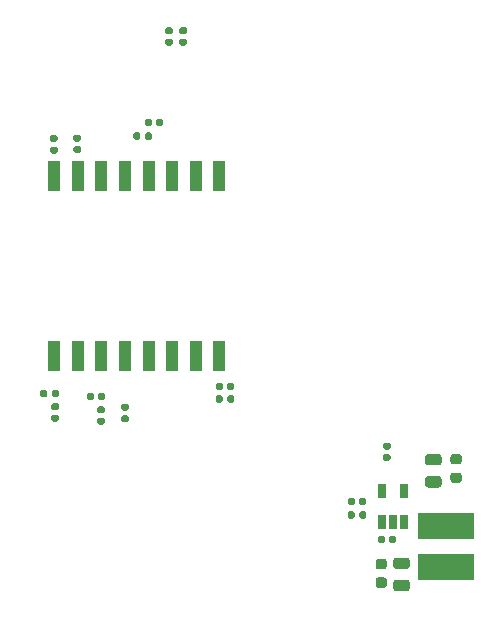
<source format=gtp>
G04 #@! TF.GenerationSoftware,KiCad,Pcbnew,(5.1.10)-1*
G04 #@! TF.CreationDate,2022-03-11T13:30:57+05:30*
G04 #@! TF.ProjectId,P-1000072_Cicada Wi-Fi,502d3130-3030-4303-9732-5f4369636164,0.1*
G04 #@! TF.SameCoordinates,PX7cee6c0PY3dfd240*
G04 #@! TF.FileFunction,Paste,Top*
G04 #@! TF.FilePolarity,Positive*
%FSLAX46Y46*%
G04 Gerber Fmt 4.6, Leading zero omitted, Abs format (unit mm)*
G04 Created by KiCad (PCBNEW (5.1.10)-1) date 2022-03-11 13:30:57*
%MOMM*%
%LPD*%
G01*
G04 APERTURE LIST*
%ADD10R,0.650000X1.220000*%
%ADD11R,1.100000X2.600000*%
%ADD12R,4.800000X2.200000*%
G04 APERTURE END LIST*
D10*
X11530000Y-43730000D03*
X13430000Y-43730000D03*
X13430000Y-46350000D03*
X12480000Y-46350000D03*
X11530000Y-46350000D03*
D11*
X-14220000Y-17110000D03*
X-12220000Y-17110000D03*
X-6220000Y-17110000D03*
X-4220000Y-32310000D03*
X-4220000Y-17110000D03*
X-2220000Y-32310000D03*
X-12220000Y-32310000D03*
X-16220000Y-17110000D03*
X-8220000Y-32310000D03*
X-10220000Y-17110000D03*
X-8220000Y-17110000D03*
X-6220000Y-32310000D03*
X-10220000Y-32310000D03*
X-2220000Y-17110000D03*
X-14220000Y-32310000D03*
X-16220000Y-32310000D03*
D12*
X16940000Y-50150000D03*
X16940000Y-46750000D03*
G36*
G01*
X-16413260Y-14581500D02*
X-16068260Y-14581500D01*
G75*
G02*
X-15920760Y-14729000I0J-147500D01*
G01*
X-15920760Y-15024000D01*
G75*
G02*
X-16068260Y-15171500I-147500J0D01*
G01*
X-16413260Y-15171500D01*
G75*
G02*
X-16560760Y-15024000I0J147500D01*
G01*
X-16560760Y-14729000D01*
G75*
G02*
X-16413260Y-14581500I147500J0D01*
G01*
G37*
G36*
G01*
X-16413260Y-13611500D02*
X-16068260Y-13611500D01*
G75*
G02*
X-15920760Y-13759000I0J-147500D01*
G01*
X-15920760Y-14054000D01*
G75*
G02*
X-16068260Y-14201500I-147500J0D01*
G01*
X-16413260Y-14201500D01*
G75*
G02*
X-16560760Y-14054000I0J147500D01*
G01*
X-16560760Y-13759000D01*
G75*
G02*
X-16413260Y-13611500I147500J0D01*
G01*
G37*
G36*
G01*
X-14424440Y-14546220D02*
X-14079440Y-14546220D01*
G75*
G02*
X-13931940Y-14693720I0J-147500D01*
G01*
X-13931940Y-14988720D01*
G75*
G02*
X-14079440Y-15136220I-147500J0D01*
G01*
X-14424440Y-15136220D01*
G75*
G02*
X-14571940Y-14988720I0J147500D01*
G01*
X-14571940Y-14693720D01*
G75*
G02*
X-14424440Y-14546220I147500J0D01*
G01*
G37*
G36*
G01*
X-14424440Y-13576220D02*
X-14079440Y-13576220D01*
G75*
G02*
X-13931940Y-13723720I0J-147500D01*
G01*
X-13931940Y-14018720D01*
G75*
G02*
X-14079440Y-14166220I-147500J0D01*
G01*
X-14424440Y-14166220D01*
G75*
G02*
X-14571940Y-14018720I0J147500D01*
G01*
X-14571940Y-13723720D01*
G75*
G02*
X-14424440Y-13576220I147500J0D01*
G01*
G37*
G36*
G01*
X-10390920Y-37322120D02*
X-10045920Y-37322120D01*
G75*
G02*
X-9898420Y-37469620I0J-147500D01*
G01*
X-9898420Y-37764620D01*
G75*
G02*
X-10045920Y-37912120I-147500J0D01*
G01*
X-10390920Y-37912120D01*
G75*
G02*
X-10538420Y-37764620I0J147500D01*
G01*
X-10538420Y-37469620D01*
G75*
G02*
X-10390920Y-37322120I147500J0D01*
G01*
G37*
G36*
G01*
X-10390920Y-36352120D02*
X-10045920Y-36352120D01*
G75*
G02*
X-9898420Y-36499620I0J-147500D01*
G01*
X-9898420Y-36794620D01*
G75*
G02*
X-10045920Y-36942120I-147500J0D01*
G01*
X-10390920Y-36942120D01*
G75*
G02*
X-10538420Y-36794620I0J147500D01*
G01*
X-10538420Y-36499620D01*
G75*
G02*
X-10390920Y-36352120I147500J0D01*
G01*
G37*
G36*
G01*
X-7944480Y-12375100D02*
X-7944480Y-12720100D01*
G75*
G02*
X-8091980Y-12867600I-147500J0D01*
G01*
X-8386980Y-12867600D01*
G75*
G02*
X-8534480Y-12720100I0J147500D01*
G01*
X-8534480Y-12375100D01*
G75*
G02*
X-8386980Y-12227600I147500J0D01*
G01*
X-8091980Y-12227600D01*
G75*
G02*
X-7944480Y-12375100I0J-147500D01*
G01*
G37*
G36*
G01*
X-6974480Y-12375100D02*
X-6974480Y-12720100D01*
G75*
G02*
X-7121980Y-12867600I-147500J0D01*
G01*
X-7416980Y-12867600D01*
G75*
G02*
X-7564480Y-12720100I0J147500D01*
G01*
X-7564480Y-12375100D01*
G75*
G02*
X-7416980Y-12227600I147500J0D01*
G01*
X-7121980Y-12227600D01*
G75*
G02*
X-6974480Y-12375100I0J-147500D01*
G01*
G37*
G36*
G01*
X-15948880Y-36899220D02*
X-16293880Y-36899220D01*
G75*
G02*
X-16441380Y-36751720I0J147500D01*
G01*
X-16441380Y-36456720D01*
G75*
G02*
X-16293880Y-36309220I147500J0D01*
G01*
X-15948880Y-36309220D01*
G75*
G02*
X-15801380Y-36456720I0J-147500D01*
G01*
X-15801380Y-36751720D01*
G75*
G02*
X-15948880Y-36899220I-147500J0D01*
G01*
G37*
G36*
G01*
X-15948880Y-37869220D02*
X-16293880Y-37869220D01*
G75*
G02*
X-16441380Y-37721720I0J147500D01*
G01*
X-16441380Y-37426720D01*
G75*
G02*
X-16293880Y-37279220I147500J0D01*
G01*
X-15948880Y-37279220D01*
G75*
G02*
X-15801380Y-37426720I0J-147500D01*
G01*
X-15801380Y-37721720D01*
G75*
G02*
X-15948880Y-37869220I-147500J0D01*
G01*
G37*
G36*
G01*
X-12397520Y-37543380D02*
X-12052520Y-37543380D01*
G75*
G02*
X-11905020Y-37690880I0J-147500D01*
G01*
X-11905020Y-37985880D01*
G75*
G02*
X-12052520Y-38133380I-147500J0D01*
G01*
X-12397520Y-38133380D01*
G75*
G02*
X-12545020Y-37985880I0J147500D01*
G01*
X-12545020Y-37690880D01*
G75*
G02*
X-12397520Y-37543380I147500J0D01*
G01*
G37*
G36*
G01*
X-12397520Y-36573380D02*
X-12052520Y-36573380D01*
G75*
G02*
X-11905020Y-36720880I0J-147500D01*
G01*
X-11905020Y-37015880D01*
G75*
G02*
X-12052520Y-37163380I-147500J0D01*
G01*
X-12397520Y-37163380D01*
G75*
G02*
X-12545020Y-37015880I0J147500D01*
G01*
X-12545020Y-36720880D01*
G75*
G02*
X-12397520Y-36573380I147500J0D01*
G01*
G37*
G36*
G01*
X-8534760Y-13883420D02*
X-8534760Y-13538420D01*
G75*
G02*
X-8387260Y-13390920I147500J0D01*
G01*
X-8092260Y-13390920D01*
G75*
G02*
X-7944760Y-13538420I0J-147500D01*
G01*
X-7944760Y-13883420D01*
G75*
G02*
X-8092260Y-14030920I-147500J0D01*
G01*
X-8387260Y-14030920D01*
G75*
G02*
X-8534760Y-13883420I0J147500D01*
G01*
G37*
G36*
G01*
X-9504760Y-13883420D02*
X-9504760Y-13538420D01*
G75*
G02*
X-9357260Y-13390920I147500J0D01*
G01*
X-9062260Y-13390920D01*
G75*
G02*
X-8914760Y-13538420I0J-147500D01*
G01*
X-8914760Y-13883420D01*
G75*
G02*
X-9062260Y-14030920I-147500J0D01*
G01*
X-9357260Y-14030920D01*
G75*
G02*
X-9504760Y-13883420I0J147500D01*
G01*
G37*
G36*
G01*
X-1935120Y-35796440D02*
X-1935120Y-36141440D01*
G75*
G02*
X-2082620Y-36288940I-147500J0D01*
G01*
X-2377620Y-36288940D01*
G75*
G02*
X-2525120Y-36141440I0J147500D01*
G01*
X-2525120Y-35796440D01*
G75*
G02*
X-2377620Y-35648940I147500J0D01*
G01*
X-2082620Y-35648940D01*
G75*
G02*
X-1935120Y-35796440I0J-147500D01*
G01*
G37*
G36*
G01*
X-965120Y-35796440D02*
X-965120Y-36141440D01*
G75*
G02*
X-1112620Y-36288940I-147500J0D01*
G01*
X-1407620Y-36288940D01*
G75*
G02*
X-1555120Y-36141440I0J147500D01*
G01*
X-1555120Y-35796440D01*
G75*
G02*
X-1407620Y-35648940I147500J0D01*
G01*
X-1112620Y-35648940D01*
G75*
G02*
X-965120Y-35796440I0J-147500D01*
G01*
G37*
G36*
G01*
X-1935120Y-34724560D02*
X-1935120Y-35069560D01*
G75*
G02*
X-2082620Y-35217060I-147500J0D01*
G01*
X-2377620Y-35217060D01*
G75*
G02*
X-2525120Y-35069560I0J147500D01*
G01*
X-2525120Y-34724560D01*
G75*
G02*
X-2377620Y-34577060I147500J0D01*
G01*
X-2082620Y-34577060D01*
G75*
G02*
X-1935120Y-34724560I0J-147500D01*
G01*
G37*
G36*
G01*
X-965120Y-34724560D02*
X-965120Y-35069560D01*
G75*
G02*
X-1112620Y-35217060I-147500J0D01*
G01*
X-1407620Y-35217060D01*
G75*
G02*
X-1555120Y-35069560I0J147500D01*
G01*
X-1555120Y-34724560D01*
G75*
G02*
X-1407620Y-34577060I147500J0D01*
G01*
X-1112620Y-34577060D01*
G75*
G02*
X-965120Y-34724560I0J-147500D01*
G01*
G37*
G36*
G01*
X-16411300Y-35679160D02*
X-16411300Y-35334160D01*
G75*
G02*
X-16263800Y-35186660I147500J0D01*
G01*
X-15968800Y-35186660D01*
G75*
G02*
X-15821300Y-35334160I0J-147500D01*
G01*
X-15821300Y-35679160D01*
G75*
G02*
X-15968800Y-35826660I-147500J0D01*
G01*
X-16263800Y-35826660D01*
G75*
G02*
X-16411300Y-35679160I0J147500D01*
G01*
G37*
G36*
G01*
X-17381300Y-35679160D02*
X-17381300Y-35334160D01*
G75*
G02*
X-17233800Y-35186660I147500J0D01*
G01*
X-16938800Y-35186660D01*
G75*
G02*
X-16791300Y-35334160I0J-147500D01*
G01*
X-16791300Y-35679160D01*
G75*
G02*
X-16938800Y-35826660I-147500J0D01*
G01*
X-17233800Y-35826660D01*
G75*
G02*
X-17381300Y-35679160I0J147500D01*
G01*
G37*
G36*
G01*
X-12479380Y-35920460D02*
X-12479380Y-35575460D01*
G75*
G02*
X-12331880Y-35427960I147500J0D01*
G01*
X-12036880Y-35427960D01*
G75*
G02*
X-11889380Y-35575460I0J-147500D01*
G01*
X-11889380Y-35920460D01*
G75*
G02*
X-12036880Y-36067960I-147500J0D01*
G01*
X-12331880Y-36067960D01*
G75*
G02*
X-12479380Y-35920460I0J147500D01*
G01*
G37*
G36*
G01*
X-13449380Y-35920460D02*
X-13449380Y-35575460D01*
G75*
G02*
X-13301880Y-35427960I147500J0D01*
G01*
X-13006880Y-35427960D01*
G75*
G02*
X-12859380Y-35575460I0J-147500D01*
G01*
X-12859380Y-35920460D01*
G75*
G02*
X-13006880Y-36067960I-147500J0D01*
G01*
X-13301880Y-36067960D01*
G75*
G02*
X-13449380Y-35920460I0J147500D01*
G01*
G37*
G36*
G01*
X12132500Y-40235000D02*
X11787500Y-40235000D01*
G75*
G02*
X11640000Y-40087500I0J147500D01*
G01*
X11640000Y-39792500D01*
G75*
G02*
X11787500Y-39645000I147500J0D01*
G01*
X12132500Y-39645000D01*
G75*
G02*
X12280000Y-39792500I0J-147500D01*
G01*
X12280000Y-40087500D01*
G75*
G02*
X12132500Y-40235000I-147500J0D01*
G01*
G37*
G36*
G01*
X12132500Y-41205000D02*
X11787500Y-41205000D01*
G75*
G02*
X11640000Y-41057500I0J147500D01*
G01*
X11640000Y-40762500D01*
G75*
G02*
X11787500Y-40615000I147500J0D01*
G01*
X12132500Y-40615000D01*
G75*
G02*
X12280000Y-40762500I0J-147500D01*
G01*
X12280000Y-41057500D01*
G75*
G02*
X12132500Y-41205000I-147500J0D01*
G01*
G37*
G36*
G01*
X9625000Y-44822500D02*
X9625000Y-44477500D01*
G75*
G02*
X9772500Y-44330000I147500J0D01*
G01*
X10067500Y-44330000D01*
G75*
G02*
X10215000Y-44477500I0J-147500D01*
G01*
X10215000Y-44822500D01*
G75*
G02*
X10067500Y-44970000I-147500J0D01*
G01*
X9772500Y-44970000D01*
G75*
G02*
X9625000Y-44822500I0J147500D01*
G01*
G37*
G36*
G01*
X8655000Y-44822500D02*
X8655000Y-44477500D01*
G75*
G02*
X8802500Y-44330000I147500J0D01*
G01*
X9097500Y-44330000D01*
G75*
G02*
X9245000Y-44477500I0J-147500D01*
G01*
X9245000Y-44822500D01*
G75*
G02*
X9097500Y-44970000I-147500J0D01*
G01*
X8802500Y-44970000D01*
G75*
G02*
X8655000Y-44822500I0J147500D01*
G01*
G37*
G36*
G01*
X12165000Y-48022500D02*
X12165000Y-47677500D01*
G75*
G02*
X12312500Y-47530000I147500J0D01*
G01*
X12607500Y-47530000D01*
G75*
G02*
X12755000Y-47677500I0J-147500D01*
G01*
X12755000Y-48022500D01*
G75*
G02*
X12607500Y-48170000I-147500J0D01*
G01*
X12312500Y-48170000D01*
G75*
G02*
X12165000Y-48022500I0J147500D01*
G01*
G37*
G36*
G01*
X11195000Y-48022500D02*
X11195000Y-47677500D01*
G75*
G02*
X11342500Y-47530000I147500J0D01*
G01*
X11637500Y-47530000D01*
G75*
G02*
X11785000Y-47677500I0J-147500D01*
G01*
X11785000Y-48022500D01*
G75*
G02*
X11637500Y-48170000I-147500J0D01*
G01*
X11342500Y-48170000D01*
G75*
G02*
X11195000Y-48022500I0J147500D01*
G01*
G37*
G36*
G01*
X13646250Y-50357500D02*
X12733750Y-50357500D01*
G75*
G02*
X12490000Y-50113750I0J243750D01*
G01*
X12490000Y-49626250D01*
G75*
G02*
X12733750Y-49382500I243750J0D01*
G01*
X13646250Y-49382500D01*
G75*
G02*
X13890000Y-49626250I0J-243750D01*
G01*
X13890000Y-50113750D01*
G75*
G02*
X13646250Y-50357500I-243750J0D01*
G01*
G37*
G36*
G01*
X13646250Y-52232500D02*
X12733750Y-52232500D01*
G75*
G02*
X12490000Y-51988750I0J243750D01*
G01*
X12490000Y-51501250D01*
G75*
G02*
X12733750Y-51257500I243750J0D01*
G01*
X13646250Y-51257500D01*
G75*
G02*
X13890000Y-51501250I0J-243750D01*
G01*
X13890000Y-51988750D01*
G75*
G02*
X13646250Y-52232500I-243750J0D01*
G01*
G37*
G36*
G01*
X11736250Y-50367500D02*
X11223750Y-50367500D01*
G75*
G02*
X11005000Y-50148750I0J218750D01*
G01*
X11005000Y-49711250D01*
G75*
G02*
X11223750Y-49492500I218750J0D01*
G01*
X11736250Y-49492500D01*
G75*
G02*
X11955000Y-49711250I0J-218750D01*
G01*
X11955000Y-50148750D01*
G75*
G02*
X11736250Y-50367500I-218750J0D01*
G01*
G37*
G36*
G01*
X11736250Y-51942500D02*
X11223750Y-51942500D01*
G75*
G02*
X11005000Y-51723750I0J218750D01*
G01*
X11005000Y-51286250D01*
G75*
G02*
X11223750Y-51067500I218750J0D01*
G01*
X11736250Y-51067500D01*
G75*
G02*
X11955000Y-51286250I0J-218750D01*
G01*
X11955000Y-51723750D01*
G75*
G02*
X11736250Y-51942500I-218750J0D01*
G01*
G37*
G36*
G01*
X9625000Y-45952500D02*
X9625000Y-45607500D01*
G75*
G02*
X9772500Y-45460000I147500J0D01*
G01*
X10067500Y-45460000D01*
G75*
G02*
X10215000Y-45607500I0J-147500D01*
G01*
X10215000Y-45952500D01*
G75*
G02*
X10067500Y-46100000I-147500J0D01*
G01*
X9772500Y-46100000D01*
G75*
G02*
X9625000Y-45952500I0J147500D01*
G01*
G37*
G36*
G01*
X8655000Y-45952500D02*
X8655000Y-45607500D01*
G75*
G02*
X8802500Y-45460000I147500J0D01*
G01*
X9097500Y-45460000D01*
G75*
G02*
X9245000Y-45607500I0J-147500D01*
G01*
X9245000Y-45952500D01*
G75*
G02*
X9097500Y-46100000I-147500J0D01*
G01*
X8802500Y-46100000D01*
G75*
G02*
X8655000Y-45952500I0J147500D01*
G01*
G37*
G36*
G01*
X15439070Y-42484700D02*
X16351570Y-42484700D01*
G75*
G02*
X16595320Y-42728450I0J-243750D01*
G01*
X16595320Y-43215950D01*
G75*
G02*
X16351570Y-43459700I-243750J0D01*
G01*
X15439070Y-43459700D01*
G75*
G02*
X15195320Y-43215950I0J243750D01*
G01*
X15195320Y-42728450D01*
G75*
G02*
X15439070Y-42484700I243750J0D01*
G01*
G37*
G36*
G01*
X15439070Y-40609700D02*
X16351570Y-40609700D01*
G75*
G02*
X16595320Y-40853450I0J-243750D01*
G01*
X16595320Y-41340950D01*
G75*
G02*
X16351570Y-41584700I-243750J0D01*
G01*
X15439070Y-41584700D01*
G75*
G02*
X15195320Y-41340950I0J243750D01*
G01*
X15195320Y-40853450D01*
G75*
G02*
X15439070Y-40609700I243750J0D01*
G01*
G37*
G36*
G01*
X17564390Y-42188880D02*
X18076890Y-42188880D01*
G75*
G02*
X18295640Y-42407630I0J-218750D01*
G01*
X18295640Y-42845130D01*
G75*
G02*
X18076890Y-43063880I-218750J0D01*
G01*
X17564390Y-43063880D01*
G75*
G02*
X17345640Y-42845130I0J218750D01*
G01*
X17345640Y-42407630D01*
G75*
G02*
X17564390Y-42188880I218750J0D01*
G01*
G37*
G36*
G01*
X17564390Y-40613880D02*
X18076890Y-40613880D01*
G75*
G02*
X18295640Y-40832630I0J-218750D01*
G01*
X18295640Y-41270130D01*
G75*
G02*
X18076890Y-41488880I-218750J0D01*
G01*
X17564390Y-41488880D01*
G75*
G02*
X17345640Y-41270130I0J218750D01*
G01*
X17345640Y-40832630D01*
G75*
G02*
X17564390Y-40613880I218750J0D01*
G01*
G37*
G36*
G01*
X-6304500Y-5083040D02*
X-6649500Y-5083040D01*
G75*
G02*
X-6797000Y-4935540I0J147500D01*
G01*
X-6797000Y-4640540D01*
G75*
G02*
X-6649500Y-4493040I147500J0D01*
G01*
X-6304500Y-4493040D01*
G75*
G02*
X-6157000Y-4640540I0J-147500D01*
G01*
X-6157000Y-4935540D01*
G75*
G02*
X-6304500Y-5083040I-147500J0D01*
G01*
G37*
G36*
G01*
X-6304500Y-6053040D02*
X-6649500Y-6053040D01*
G75*
G02*
X-6797000Y-5905540I0J147500D01*
G01*
X-6797000Y-5610540D01*
G75*
G02*
X-6649500Y-5463040I147500J0D01*
G01*
X-6304500Y-5463040D01*
G75*
G02*
X-6157000Y-5610540I0J-147500D01*
G01*
X-6157000Y-5905540D01*
G75*
G02*
X-6304500Y-6053040I-147500J0D01*
G01*
G37*
G36*
G01*
X-5105620Y-5070480D02*
X-5450620Y-5070480D01*
G75*
G02*
X-5598120Y-4922980I0J147500D01*
G01*
X-5598120Y-4627980D01*
G75*
G02*
X-5450620Y-4480480I147500J0D01*
G01*
X-5105620Y-4480480D01*
G75*
G02*
X-4958120Y-4627980I0J-147500D01*
G01*
X-4958120Y-4922980D01*
G75*
G02*
X-5105620Y-5070480I-147500J0D01*
G01*
G37*
G36*
G01*
X-5105620Y-6040480D02*
X-5450620Y-6040480D01*
G75*
G02*
X-5598120Y-5892980I0J147500D01*
G01*
X-5598120Y-5597980D01*
G75*
G02*
X-5450620Y-5450480I147500J0D01*
G01*
X-5105620Y-5450480D01*
G75*
G02*
X-4958120Y-5597980I0J-147500D01*
G01*
X-4958120Y-5892980D01*
G75*
G02*
X-5105620Y-6040480I-147500J0D01*
G01*
G37*
M02*

</source>
